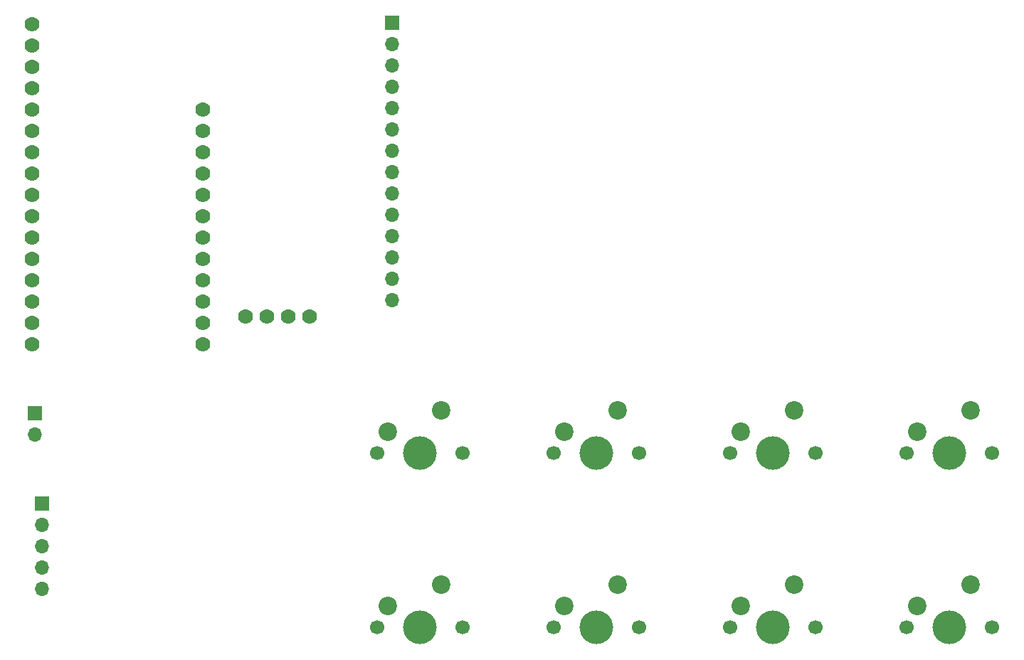
<source format=gbr>
%TF.GenerationSoftware,KiCad,Pcbnew,(5.1.9)-1*%
%TF.CreationDate,2021-04-10T21:56:04-07:00*%
%TF.ProjectId,Keyboard Proto,4b657962-6f61-4726-9420-50726f746f2e,rev?*%
%TF.SameCoordinates,Original*%
%TF.FileFunction,Soldermask,Bot*%
%TF.FilePolarity,Negative*%
%FSLAX46Y46*%
G04 Gerber Fmt 4.6, Leading zero omitted, Abs format (unit mm)*
G04 Created by KiCad (PCBNEW (5.1.9)-1) date 2021-04-10 21:56:04*
%MOMM*%
%LPD*%
G01*
G04 APERTURE LIST*
%ADD10C,1.778000*%
%ADD11C,1.700000*%
%ADD12C,4.000000*%
%ADD13C,2.200000*%
%ADD14O,1.700000X1.700000*%
%ADD15R,1.700000X1.700000*%
G04 APERTURE END LIST*
D10*
%TO.C,U1*%
X128905000Y-94234000D03*
X126365000Y-94234000D03*
X123825000Y-94234000D03*
X121285000Y-94234000D03*
%TD*%
D11*
%TO.C,S1*%
X189153800Y-131292600D03*
X178993800Y-131292600D03*
D12*
X184073800Y-131292600D03*
D13*
X180263800Y-128752600D03*
X186613800Y-126212600D03*
%TD*%
D10*
%TO.C,U5*%
X95885000Y-59436000D03*
X95885000Y-61976000D03*
X95885000Y-64516000D03*
X95885000Y-67056000D03*
X95885000Y-69596000D03*
X95885000Y-72136000D03*
X95885000Y-74676000D03*
X95885000Y-77216000D03*
X95885000Y-79756000D03*
X95885000Y-82296000D03*
X95885000Y-84836000D03*
X95885000Y-87376000D03*
X95885000Y-89916000D03*
X95885000Y-92456000D03*
X95885000Y-94996000D03*
X95885000Y-97536000D03*
X116205000Y-69596000D03*
X116205000Y-72136000D03*
X116205000Y-74676000D03*
X116205000Y-77216000D03*
X116205000Y-79756000D03*
X116205000Y-82296000D03*
X116205000Y-84836000D03*
X116205000Y-87376000D03*
X116205000Y-89916000D03*
X116205000Y-92456000D03*
X116205000Y-94996000D03*
X116205000Y-97536000D03*
%TD*%
D11*
%TO.C,Q1*%
X168148000Y-110566200D03*
X157988000Y-110566200D03*
D12*
X163068000Y-110566200D03*
D13*
X159258000Y-108026200D03*
X165608000Y-105486200D03*
%TD*%
D11*
%TO.C,A1*%
X168148000Y-131292600D03*
X157988000Y-131292600D03*
D12*
X163068000Y-131292600D03*
D13*
X159258000Y-128752600D03*
X165608000Y-126212600D03*
%TD*%
D11*
%TO.C,D1*%
X210159600Y-131292600D03*
X199999600Y-131292600D03*
D12*
X205079600Y-131292600D03*
D13*
X201269600Y-128752600D03*
X207619600Y-126212600D03*
%TD*%
D11*
%TO.C,Shift1*%
X147142200Y-110566200D03*
X136982200Y-110566200D03*
D12*
X142062200Y-110566200D03*
D13*
X138252200Y-108026200D03*
X144602200Y-105486200D03*
%TD*%
D11*
%TO.C,Ctrl1*%
X147142200Y-131292600D03*
X136982200Y-131292600D03*
D12*
X142062200Y-131292600D03*
D13*
X138252200Y-128752600D03*
X144602200Y-126212600D03*
%TD*%
D11*
%TO.C,E1*%
X210159600Y-110566200D03*
X199999600Y-110566200D03*
D12*
X205079600Y-110566200D03*
D13*
X201269600Y-108026200D03*
X207619600Y-105486200D03*
%TD*%
D11*
%TO.C,W1*%
X189153800Y-110566200D03*
X178993800Y-110566200D03*
D12*
X184073800Y-110566200D03*
D13*
X180263800Y-108026200D03*
X186613800Y-105486200D03*
%TD*%
D14*
%TO.C,J1*%
X138734800Y-92303600D03*
X138734800Y-89763600D03*
X138734800Y-87223600D03*
X138734800Y-84683600D03*
X138734800Y-82143600D03*
X138734800Y-79603600D03*
X138734800Y-77063600D03*
X138734800Y-74523600D03*
X138734800Y-71983600D03*
X138734800Y-69443600D03*
X138734800Y-66903600D03*
X138734800Y-64363600D03*
X138734800Y-61823600D03*
D15*
X138734800Y-59283600D03*
%TD*%
D14*
%TO.C,J2*%
X96215200Y-108292900D03*
D15*
X96215200Y-105752900D03*
%TD*%
D14*
%TO.C,J3*%
X97104200Y-126695200D03*
X97104200Y-124155200D03*
X97104200Y-121615200D03*
X97104200Y-119075200D03*
D15*
X97104200Y-116535200D03*
%TD*%
M02*

</source>
